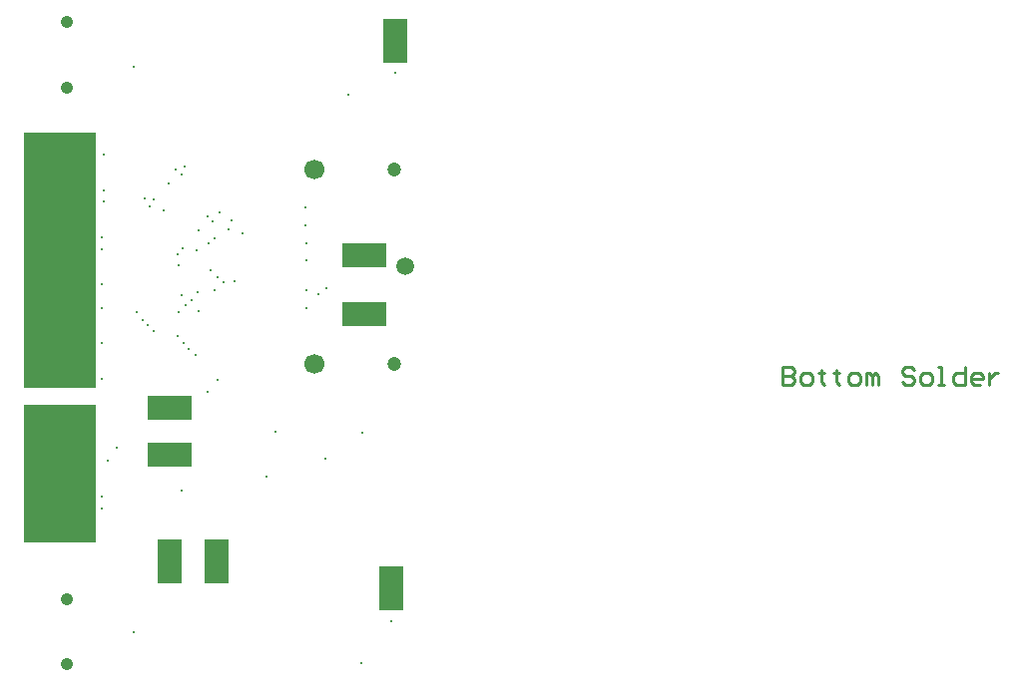
<source format=gbs>
G04 Layer_Color=16711935*
%FSLAX44Y44*%
%MOMM*%
G71*
G01*
G75*
%ADD25C,0.2540*%
%ADD27C,1.7000*%
%ADD32R,6.1000X21.7000*%
%ADD33R,6.1000X11.7000*%
%ADD39R,2.1500X3.7500*%
%ADD40R,3.7500X2.1500*%
%ADD41R,4.3000X0.8000*%
%ADD42R,3.3000X0.8000*%
%ADD43C,1.5000*%
%ADD44C,1.2000*%
%ADD45C,1.0700*%
%ADD46C,0.3000*%
D25*
X640000Y25235D02*
Y10000D01*
X647617D01*
X650157Y12539D01*
Y15078D01*
X647617Y17617D01*
X640000D01*
X647617D01*
X650157Y20157D01*
Y22696D01*
X647617Y25235D01*
X640000D01*
X657774Y10000D02*
X662853D01*
X665392Y12539D01*
Y17617D01*
X662853Y20157D01*
X657774D01*
X655235Y17617D01*
Y12539D01*
X657774Y10000D01*
X673009Y22696D02*
Y20157D01*
X670470D01*
X675548D01*
X673009D01*
Y12539D01*
X675548Y10000D01*
X685705Y22696D02*
Y20157D01*
X683166D01*
X688244D01*
X685705D01*
Y12539D01*
X688244Y10000D01*
X698401D02*
X703479D01*
X706019Y12539D01*
Y17617D01*
X703479Y20157D01*
X698401D01*
X695862Y17617D01*
Y12539D01*
X698401Y10000D01*
X711097D02*
Y20157D01*
X713636D01*
X716175Y17617D01*
Y10000D01*
Y17617D01*
X718715Y20157D01*
X721254Y17617D01*
Y10000D01*
X751724Y22696D02*
X749185Y25235D01*
X744106D01*
X741567Y22696D01*
Y20157D01*
X744106Y17617D01*
X749185D01*
X751724Y15078D01*
Y12539D01*
X749185Y10000D01*
X744106D01*
X741567Y12539D01*
X759341Y10000D02*
X764420D01*
X766959Y12539D01*
Y17617D01*
X764420Y20157D01*
X759341D01*
X756802Y17617D01*
Y12539D01*
X759341Y10000D01*
X772037D02*
X777116D01*
X774576D01*
Y25235D01*
X772037D01*
X794890D02*
Y10000D01*
X787272D01*
X784733Y12539D01*
Y17617D01*
X787272Y20157D01*
X794890D01*
X807586Y10000D02*
X802507D01*
X799968Y12539D01*
Y17617D01*
X802507Y20157D01*
X807586D01*
X810125Y17617D01*
Y15078D01*
X799968D01*
X815203Y20157D02*
Y10000D01*
Y15078D01*
X817742Y17617D01*
X820282Y20157D01*
X822821D01*
D27*
X243200Y27500D02*
D03*
Y192500D02*
D03*
D32*
X27500Y115499D02*
D03*
D33*
Y-65500D02*
D03*
D39*
X160000Y-140000D02*
D03*
X120000D02*
D03*
X312000Y302000D02*
D03*
X308000Y-163000D02*
D03*
D40*
X120000Y-10000D02*
D03*
Y-50000D02*
D03*
X285000Y120000D02*
D03*
Y70000D02*
D03*
D41*
X35000Y165000D02*
D03*
Y145000D02*
D03*
Y115000D02*
D03*
Y185000D02*
D03*
Y135000D02*
D03*
Y155000D02*
D03*
Y175000D02*
D03*
Y195000D02*
D03*
Y125000D02*
D03*
Y85000D02*
D03*
Y95000D02*
D03*
Y105000D02*
D03*
Y215000D02*
D03*
Y-115000D02*
D03*
Y-105000D02*
D03*
Y-35000D02*
D03*
Y-65000D02*
D03*
Y-95000D02*
D03*
Y-45000D02*
D03*
Y-85000D02*
D03*
Y-75000D02*
D03*
Y-55000D02*
D03*
Y-25000D02*
D03*
Y-15000D02*
D03*
Y25000D02*
D03*
Y75000D02*
D03*
Y35000D02*
D03*
Y55000D02*
D03*
Y45000D02*
D03*
Y15000D02*
D03*
D42*
X40000Y205000D02*
D03*
Y65000D02*
D03*
D43*
X320000Y110000D02*
D03*
D44*
X311000Y192500D02*
D03*
Y27500D02*
D03*
D45*
X33000Y262300D02*
D03*
Y317700D02*
D03*
Y-172300D02*
D03*
Y-227700D02*
D03*
D46*
X161000Y14000D02*
D03*
X246500Y86250D02*
D03*
X253500Y91500D02*
D03*
X283000Y-227000D02*
D03*
X308000Y-191000D02*
D03*
X312000Y275000D02*
D03*
X272000Y256000D02*
D03*
X153404Y129404D02*
D03*
X156596Y148404D02*
D03*
X158000Y134000D02*
D03*
X126894Y120894D02*
D03*
X131490Y125490D02*
D03*
X130000Y188000D02*
D03*
X161000Y101000D02*
D03*
X165596Y96404D02*
D03*
X170000Y142000D02*
D03*
X97000Y65000D02*
D03*
X101596Y60404D02*
D03*
X103000Y161000D02*
D03*
X173000Y149000D02*
D03*
X107000Y167000D02*
D03*
X136606Y40394D02*
D03*
X132010Y44990D02*
D03*
X138596Y81596D02*
D03*
X134000Y77000D02*
D03*
X125404Y192596D02*
D03*
X152000Y153000D02*
D03*
X143000Y124000D02*
D03*
X128000Y111000D02*
D03*
X163000Y156000D02*
D03*
X145000Y141000D02*
D03*
X182000Y138000D02*
D03*
X155000Y107000D02*
D03*
X175000Y98000D02*
D03*
X158000Y90000D02*
D03*
X145000Y72000D02*
D03*
X130000Y86000D02*
D03*
X144000Y88000D02*
D03*
X128000Y71000D02*
D03*
X127000Y51000D02*
D03*
X142000Y35000D02*
D03*
X92000Y71000D02*
D03*
X115000Y158000D02*
D03*
X99000Y168000D02*
D03*
X119000Y181000D02*
D03*
X133000Y195000D02*
D03*
X235000Y160000D02*
D03*
Y145000D02*
D03*
X236000Y130000D02*
D03*
Y115000D02*
D03*
Y75000D02*
D03*
X63000D02*
D03*
Y95000D02*
D03*
Y125000D02*
D03*
Y135000D02*
D03*
X64000Y165000D02*
D03*
Y175000D02*
D03*
Y205000D02*
D03*
X63000Y45000D02*
D03*
Y15000D02*
D03*
X284000Y-31000D02*
D03*
X152000Y4000D02*
D03*
X202000Y-68000D02*
D03*
X63000Y-85000D02*
D03*
Y-95000D02*
D03*
X107000Y55000D02*
D03*
X130000Y-80000D02*
D03*
X75000Y-44000D02*
D03*
X68000Y-55000D02*
D03*
X236000Y90000D02*
D03*
X90000Y280000D02*
D03*
Y-200000D02*
D03*
X252000Y-53000D02*
D03*
X210000Y-30000D02*
D03*
M02*

</source>
